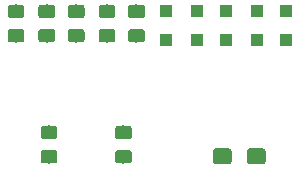
<source format=gbr>
G04 #@! TF.GenerationSoftware,KiCad,Pcbnew,5.1.2-f72e74a~84~ubuntu18.04.1*
G04 #@! TF.CreationDate,2019-06-19T14:53:36+07:00*
G04 #@! TF.ProjectId,serial_matrix_keyboard_shild,73657269-616c-45f6-9d61-747269785f6b,rev?*
G04 #@! TF.SameCoordinates,Original*
G04 #@! TF.FileFunction,Paste,Bot*
G04 #@! TF.FilePolarity,Positive*
%FSLAX46Y46*%
G04 Gerber Fmt 4.6, Leading zero omitted, Abs format (unit mm)*
G04 Created by KiCad (PCBNEW 5.1.2-f72e74a~84~ubuntu18.04.1) date 2019-06-19 14:53:36*
%MOMM*%
%LPD*%
G04 APERTURE LIST*
%ADD10C,0.100000*%
%ADD11C,1.150000*%
%ADD12C,1.350000*%
%ADD13R,1.000000X1.000000*%
G04 APERTURE END LIST*
D10*
G36*
X202274505Y-99201204D02*
G01*
X202298773Y-99204804D01*
X202322572Y-99210765D01*
X202345671Y-99219030D01*
X202367850Y-99229520D01*
X202388893Y-99242132D01*
X202408599Y-99256747D01*
X202426777Y-99273223D01*
X202443253Y-99291401D01*
X202457868Y-99311107D01*
X202470480Y-99332150D01*
X202480970Y-99354329D01*
X202489235Y-99377428D01*
X202495196Y-99401227D01*
X202498796Y-99425495D01*
X202500000Y-99449999D01*
X202500000Y-100100001D01*
X202498796Y-100124505D01*
X202495196Y-100148773D01*
X202489235Y-100172572D01*
X202480970Y-100195671D01*
X202470480Y-100217850D01*
X202457868Y-100238893D01*
X202443253Y-100258599D01*
X202426777Y-100276777D01*
X202408599Y-100293253D01*
X202388893Y-100307868D01*
X202367850Y-100320480D01*
X202345671Y-100330970D01*
X202322572Y-100339235D01*
X202298773Y-100345196D01*
X202274505Y-100348796D01*
X202250001Y-100350000D01*
X201349999Y-100350000D01*
X201325495Y-100348796D01*
X201301227Y-100345196D01*
X201277428Y-100339235D01*
X201254329Y-100330970D01*
X201232150Y-100320480D01*
X201211107Y-100307868D01*
X201191401Y-100293253D01*
X201173223Y-100276777D01*
X201156747Y-100258599D01*
X201142132Y-100238893D01*
X201129520Y-100217850D01*
X201119030Y-100195671D01*
X201110765Y-100172572D01*
X201104804Y-100148773D01*
X201101204Y-100124505D01*
X201100000Y-100100001D01*
X201100000Y-99449999D01*
X201101204Y-99425495D01*
X201104804Y-99401227D01*
X201110765Y-99377428D01*
X201119030Y-99354329D01*
X201129520Y-99332150D01*
X201142132Y-99311107D01*
X201156747Y-99291401D01*
X201173223Y-99273223D01*
X201191401Y-99256747D01*
X201211107Y-99242132D01*
X201232150Y-99229520D01*
X201254329Y-99219030D01*
X201277428Y-99210765D01*
X201301227Y-99204804D01*
X201325495Y-99201204D01*
X201349999Y-99200000D01*
X202250001Y-99200000D01*
X202274505Y-99201204D01*
X202274505Y-99201204D01*
G37*
D11*
X201800000Y-99775000D03*
D10*
G36*
X202274505Y-101251204D02*
G01*
X202298773Y-101254804D01*
X202322572Y-101260765D01*
X202345671Y-101269030D01*
X202367850Y-101279520D01*
X202388893Y-101292132D01*
X202408599Y-101306747D01*
X202426777Y-101323223D01*
X202443253Y-101341401D01*
X202457868Y-101361107D01*
X202470480Y-101382150D01*
X202480970Y-101404329D01*
X202489235Y-101427428D01*
X202495196Y-101451227D01*
X202498796Y-101475495D01*
X202500000Y-101499999D01*
X202500000Y-102150001D01*
X202498796Y-102174505D01*
X202495196Y-102198773D01*
X202489235Y-102222572D01*
X202480970Y-102245671D01*
X202470480Y-102267850D01*
X202457868Y-102288893D01*
X202443253Y-102308599D01*
X202426777Y-102326777D01*
X202408599Y-102343253D01*
X202388893Y-102357868D01*
X202367850Y-102370480D01*
X202345671Y-102380970D01*
X202322572Y-102389235D01*
X202298773Y-102395196D01*
X202274505Y-102398796D01*
X202250001Y-102400000D01*
X201349999Y-102400000D01*
X201325495Y-102398796D01*
X201301227Y-102395196D01*
X201277428Y-102389235D01*
X201254329Y-102380970D01*
X201232150Y-102370480D01*
X201211107Y-102357868D01*
X201191401Y-102343253D01*
X201173223Y-102326777D01*
X201156747Y-102308599D01*
X201142132Y-102288893D01*
X201129520Y-102267850D01*
X201119030Y-102245671D01*
X201110765Y-102222572D01*
X201104804Y-102198773D01*
X201101204Y-102174505D01*
X201100000Y-102150001D01*
X201100000Y-101499999D01*
X201101204Y-101475495D01*
X201104804Y-101451227D01*
X201110765Y-101427428D01*
X201119030Y-101404329D01*
X201129520Y-101382150D01*
X201142132Y-101361107D01*
X201156747Y-101341401D01*
X201173223Y-101323223D01*
X201191401Y-101306747D01*
X201211107Y-101292132D01*
X201232150Y-101279520D01*
X201254329Y-101269030D01*
X201277428Y-101260765D01*
X201301227Y-101254804D01*
X201325495Y-101251204D01*
X201349999Y-101250000D01*
X202250001Y-101250000D01*
X202274505Y-101251204D01*
X202274505Y-101251204D01*
G37*
D11*
X201800000Y-101825000D03*
D10*
G36*
X217024505Y-101126204D02*
G01*
X217048773Y-101129804D01*
X217072572Y-101135765D01*
X217095671Y-101144030D01*
X217117850Y-101154520D01*
X217138893Y-101167132D01*
X217158599Y-101181747D01*
X217176777Y-101198223D01*
X217193253Y-101216401D01*
X217207868Y-101236107D01*
X217220480Y-101257150D01*
X217230970Y-101279329D01*
X217239235Y-101302428D01*
X217245196Y-101326227D01*
X217248796Y-101350495D01*
X217250000Y-101374999D01*
X217250000Y-102225001D01*
X217248796Y-102249505D01*
X217245196Y-102273773D01*
X217239235Y-102297572D01*
X217230970Y-102320671D01*
X217220480Y-102342850D01*
X217207868Y-102363893D01*
X217193253Y-102383599D01*
X217176777Y-102401777D01*
X217158599Y-102418253D01*
X217138893Y-102432868D01*
X217117850Y-102445480D01*
X217095671Y-102455970D01*
X217072572Y-102464235D01*
X217048773Y-102470196D01*
X217024505Y-102473796D01*
X217000001Y-102475000D01*
X215924999Y-102475000D01*
X215900495Y-102473796D01*
X215876227Y-102470196D01*
X215852428Y-102464235D01*
X215829329Y-102455970D01*
X215807150Y-102445480D01*
X215786107Y-102432868D01*
X215766401Y-102418253D01*
X215748223Y-102401777D01*
X215731747Y-102383599D01*
X215717132Y-102363893D01*
X215704520Y-102342850D01*
X215694030Y-102320671D01*
X215685765Y-102297572D01*
X215679804Y-102273773D01*
X215676204Y-102249505D01*
X215675000Y-102225001D01*
X215675000Y-101374999D01*
X215676204Y-101350495D01*
X215679804Y-101326227D01*
X215685765Y-101302428D01*
X215694030Y-101279329D01*
X215704520Y-101257150D01*
X215717132Y-101236107D01*
X215731747Y-101216401D01*
X215748223Y-101198223D01*
X215766401Y-101181747D01*
X215786107Y-101167132D01*
X215807150Y-101154520D01*
X215829329Y-101144030D01*
X215852428Y-101135765D01*
X215876227Y-101129804D01*
X215900495Y-101126204D01*
X215924999Y-101125000D01*
X217000001Y-101125000D01*
X217024505Y-101126204D01*
X217024505Y-101126204D01*
G37*
D12*
X216462500Y-101800000D03*
D10*
G36*
X219899505Y-101126204D02*
G01*
X219923773Y-101129804D01*
X219947572Y-101135765D01*
X219970671Y-101144030D01*
X219992850Y-101154520D01*
X220013893Y-101167132D01*
X220033599Y-101181747D01*
X220051777Y-101198223D01*
X220068253Y-101216401D01*
X220082868Y-101236107D01*
X220095480Y-101257150D01*
X220105970Y-101279329D01*
X220114235Y-101302428D01*
X220120196Y-101326227D01*
X220123796Y-101350495D01*
X220125000Y-101374999D01*
X220125000Y-102225001D01*
X220123796Y-102249505D01*
X220120196Y-102273773D01*
X220114235Y-102297572D01*
X220105970Y-102320671D01*
X220095480Y-102342850D01*
X220082868Y-102363893D01*
X220068253Y-102383599D01*
X220051777Y-102401777D01*
X220033599Y-102418253D01*
X220013893Y-102432868D01*
X219992850Y-102445480D01*
X219970671Y-102455970D01*
X219947572Y-102464235D01*
X219923773Y-102470196D01*
X219899505Y-102473796D01*
X219875001Y-102475000D01*
X218799999Y-102475000D01*
X218775495Y-102473796D01*
X218751227Y-102470196D01*
X218727428Y-102464235D01*
X218704329Y-102455970D01*
X218682150Y-102445480D01*
X218661107Y-102432868D01*
X218641401Y-102418253D01*
X218623223Y-102401777D01*
X218606747Y-102383599D01*
X218592132Y-102363893D01*
X218579520Y-102342850D01*
X218569030Y-102320671D01*
X218560765Y-102297572D01*
X218554804Y-102273773D01*
X218551204Y-102249505D01*
X218550000Y-102225001D01*
X218550000Y-101374999D01*
X218551204Y-101350495D01*
X218554804Y-101326227D01*
X218560765Y-101302428D01*
X218569030Y-101279329D01*
X218579520Y-101257150D01*
X218592132Y-101236107D01*
X218606747Y-101216401D01*
X218623223Y-101198223D01*
X218641401Y-101181747D01*
X218661107Y-101167132D01*
X218682150Y-101154520D01*
X218704329Y-101144030D01*
X218727428Y-101135765D01*
X218751227Y-101129804D01*
X218775495Y-101126204D01*
X218799999Y-101125000D01*
X219875001Y-101125000D01*
X219899505Y-101126204D01*
X219899505Y-101126204D01*
G37*
D12*
X219337500Y-101800000D03*
D13*
X211700000Y-91950000D03*
X211700000Y-89450000D03*
X214300000Y-89450000D03*
X214300000Y-91950000D03*
X216800000Y-91950000D03*
X216800000Y-89450000D03*
X219400000Y-89450000D03*
X219400000Y-91950000D03*
X221900000Y-91950000D03*
X221900000Y-89450000D03*
D10*
G36*
X208574505Y-101251204D02*
G01*
X208598773Y-101254804D01*
X208622572Y-101260765D01*
X208645671Y-101269030D01*
X208667850Y-101279520D01*
X208688893Y-101292132D01*
X208708599Y-101306747D01*
X208726777Y-101323223D01*
X208743253Y-101341401D01*
X208757868Y-101361107D01*
X208770480Y-101382150D01*
X208780970Y-101404329D01*
X208789235Y-101427428D01*
X208795196Y-101451227D01*
X208798796Y-101475495D01*
X208800000Y-101499999D01*
X208800000Y-102150001D01*
X208798796Y-102174505D01*
X208795196Y-102198773D01*
X208789235Y-102222572D01*
X208780970Y-102245671D01*
X208770480Y-102267850D01*
X208757868Y-102288893D01*
X208743253Y-102308599D01*
X208726777Y-102326777D01*
X208708599Y-102343253D01*
X208688893Y-102357868D01*
X208667850Y-102370480D01*
X208645671Y-102380970D01*
X208622572Y-102389235D01*
X208598773Y-102395196D01*
X208574505Y-102398796D01*
X208550001Y-102400000D01*
X207649999Y-102400000D01*
X207625495Y-102398796D01*
X207601227Y-102395196D01*
X207577428Y-102389235D01*
X207554329Y-102380970D01*
X207532150Y-102370480D01*
X207511107Y-102357868D01*
X207491401Y-102343253D01*
X207473223Y-102326777D01*
X207456747Y-102308599D01*
X207442132Y-102288893D01*
X207429520Y-102267850D01*
X207419030Y-102245671D01*
X207410765Y-102222572D01*
X207404804Y-102198773D01*
X207401204Y-102174505D01*
X207400000Y-102150001D01*
X207400000Y-101499999D01*
X207401204Y-101475495D01*
X207404804Y-101451227D01*
X207410765Y-101427428D01*
X207419030Y-101404329D01*
X207429520Y-101382150D01*
X207442132Y-101361107D01*
X207456747Y-101341401D01*
X207473223Y-101323223D01*
X207491401Y-101306747D01*
X207511107Y-101292132D01*
X207532150Y-101279520D01*
X207554329Y-101269030D01*
X207577428Y-101260765D01*
X207601227Y-101254804D01*
X207625495Y-101251204D01*
X207649999Y-101250000D01*
X208550001Y-101250000D01*
X208574505Y-101251204D01*
X208574505Y-101251204D01*
G37*
D11*
X208100000Y-101825000D03*
D10*
G36*
X208574505Y-99201204D02*
G01*
X208598773Y-99204804D01*
X208622572Y-99210765D01*
X208645671Y-99219030D01*
X208667850Y-99229520D01*
X208688893Y-99242132D01*
X208708599Y-99256747D01*
X208726777Y-99273223D01*
X208743253Y-99291401D01*
X208757868Y-99311107D01*
X208770480Y-99332150D01*
X208780970Y-99354329D01*
X208789235Y-99377428D01*
X208795196Y-99401227D01*
X208798796Y-99425495D01*
X208800000Y-99449999D01*
X208800000Y-100100001D01*
X208798796Y-100124505D01*
X208795196Y-100148773D01*
X208789235Y-100172572D01*
X208780970Y-100195671D01*
X208770480Y-100217850D01*
X208757868Y-100238893D01*
X208743253Y-100258599D01*
X208726777Y-100276777D01*
X208708599Y-100293253D01*
X208688893Y-100307868D01*
X208667850Y-100320480D01*
X208645671Y-100330970D01*
X208622572Y-100339235D01*
X208598773Y-100345196D01*
X208574505Y-100348796D01*
X208550001Y-100350000D01*
X207649999Y-100350000D01*
X207625495Y-100348796D01*
X207601227Y-100345196D01*
X207577428Y-100339235D01*
X207554329Y-100330970D01*
X207532150Y-100320480D01*
X207511107Y-100307868D01*
X207491401Y-100293253D01*
X207473223Y-100276777D01*
X207456747Y-100258599D01*
X207442132Y-100238893D01*
X207429520Y-100217850D01*
X207419030Y-100195671D01*
X207410765Y-100172572D01*
X207404804Y-100148773D01*
X207401204Y-100124505D01*
X207400000Y-100100001D01*
X207400000Y-99449999D01*
X207401204Y-99425495D01*
X207404804Y-99401227D01*
X207410765Y-99377428D01*
X207419030Y-99354329D01*
X207429520Y-99332150D01*
X207442132Y-99311107D01*
X207456747Y-99291401D01*
X207473223Y-99273223D01*
X207491401Y-99256747D01*
X207511107Y-99242132D01*
X207532150Y-99229520D01*
X207554329Y-99219030D01*
X207577428Y-99210765D01*
X207601227Y-99204804D01*
X207625495Y-99201204D01*
X207649999Y-99200000D01*
X208550001Y-99200000D01*
X208574505Y-99201204D01*
X208574505Y-99201204D01*
G37*
D11*
X208100000Y-99775000D03*
D10*
G36*
X199474505Y-91001204D02*
G01*
X199498773Y-91004804D01*
X199522572Y-91010765D01*
X199545671Y-91019030D01*
X199567850Y-91029520D01*
X199588893Y-91042132D01*
X199608599Y-91056747D01*
X199626777Y-91073223D01*
X199643253Y-91091401D01*
X199657868Y-91111107D01*
X199670480Y-91132150D01*
X199680970Y-91154329D01*
X199689235Y-91177428D01*
X199695196Y-91201227D01*
X199698796Y-91225495D01*
X199700000Y-91249999D01*
X199700000Y-91900001D01*
X199698796Y-91924505D01*
X199695196Y-91948773D01*
X199689235Y-91972572D01*
X199680970Y-91995671D01*
X199670480Y-92017850D01*
X199657868Y-92038893D01*
X199643253Y-92058599D01*
X199626777Y-92076777D01*
X199608599Y-92093253D01*
X199588893Y-92107868D01*
X199567850Y-92120480D01*
X199545671Y-92130970D01*
X199522572Y-92139235D01*
X199498773Y-92145196D01*
X199474505Y-92148796D01*
X199450001Y-92150000D01*
X198549999Y-92150000D01*
X198525495Y-92148796D01*
X198501227Y-92145196D01*
X198477428Y-92139235D01*
X198454329Y-92130970D01*
X198432150Y-92120480D01*
X198411107Y-92107868D01*
X198391401Y-92093253D01*
X198373223Y-92076777D01*
X198356747Y-92058599D01*
X198342132Y-92038893D01*
X198329520Y-92017850D01*
X198319030Y-91995671D01*
X198310765Y-91972572D01*
X198304804Y-91948773D01*
X198301204Y-91924505D01*
X198300000Y-91900001D01*
X198300000Y-91249999D01*
X198301204Y-91225495D01*
X198304804Y-91201227D01*
X198310765Y-91177428D01*
X198319030Y-91154329D01*
X198329520Y-91132150D01*
X198342132Y-91111107D01*
X198356747Y-91091401D01*
X198373223Y-91073223D01*
X198391401Y-91056747D01*
X198411107Y-91042132D01*
X198432150Y-91029520D01*
X198454329Y-91019030D01*
X198477428Y-91010765D01*
X198501227Y-91004804D01*
X198525495Y-91001204D01*
X198549999Y-91000000D01*
X199450001Y-91000000D01*
X199474505Y-91001204D01*
X199474505Y-91001204D01*
G37*
D11*
X199000000Y-91575000D03*
D10*
G36*
X199474505Y-88951204D02*
G01*
X199498773Y-88954804D01*
X199522572Y-88960765D01*
X199545671Y-88969030D01*
X199567850Y-88979520D01*
X199588893Y-88992132D01*
X199608599Y-89006747D01*
X199626777Y-89023223D01*
X199643253Y-89041401D01*
X199657868Y-89061107D01*
X199670480Y-89082150D01*
X199680970Y-89104329D01*
X199689235Y-89127428D01*
X199695196Y-89151227D01*
X199698796Y-89175495D01*
X199700000Y-89199999D01*
X199700000Y-89850001D01*
X199698796Y-89874505D01*
X199695196Y-89898773D01*
X199689235Y-89922572D01*
X199680970Y-89945671D01*
X199670480Y-89967850D01*
X199657868Y-89988893D01*
X199643253Y-90008599D01*
X199626777Y-90026777D01*
X199608599Y-90043253D01*
X199588893Y-90057868D01*
X199567850Y-90070480D01*
X199545671Y-90080970D01*
X199522572Y-90089235D01*
X199498773Y-90095196D01*
X199474505Y-90098796D01*
X199450001Y-90100000D01*
X198549999Y-90100000D01*
X198525495Y-90098796D01*
X198501227Y-90095196D01*
X198477428Y-90089235D01*
X198454329Y-90080970D01*
X198432150Y-90070480D01*
X198411107Y-90057868D01*
X198391401Y-90043253D01*
X198373223Y-90026777D01*
X198356747Y-90008599D01*
X198342132Y-89988893D01*
X198329520Y-89967850D01*
X198319030Y-89945671D01*
X198310765Y-89922572D01*
X198304804Y-89898773D01*
X198301204Y-89874505D01*
X198300000Y-89850001D01*
X198300000Y-89199999D01*
X198301204Y-89175495D01*
X198304804Y-89151227D01*
X198310765Y-89127428D01*
X198319030Y-89104329D01*
X198329520Y-89082150D01*
X198342132Y-89061107D01*
X198356747Y-89041401D01*
X198373223Y-89023223D01*
X198391401Y-89006747D01*
X198411107Y-88992132D01*
X198432150Y-88979520D01*
X198454329Y-88969030D01*
X198477428Y-88960765D01*
X198501227Y-88954804D01*
X198525495Y-88951204D01*
X198549999Y-88950000D01*
X199450001Y-88950000D01*
X199474505Y-88951204D01*
X199474505Y-88951204D01*
G37*
D11*
X199000000Y-89525000D03*
D10*
G36*
X202074505Y-88951204D02*
G01*
X202098773Y-88954804D01*
X202122572Y-88960765D01*
X202145671Y-88969030D01*
X202167850Y-88979520D01*
X202188893Y-88992132D01*
X202208599Y-89006747D01*
X202226777Y-89023223D01*
X202243253Y-89041401D01*
X202257868Y-89061107D01*
X202270480Y-89082150D01*
X202280970Y-89104329D01*
X202289235Y-89127428D01*
X202295196Y-89151227D01*
X202298796Y-89175495D01*
X202300000Y-89199999D01*
X202300000Y-89850001D01*
X202298796Y-89874505D01*
X202295196Y-89898773D01*
X202289235Y-89922572D01*
X202280970Y-89945671D01*
X202270480Y-89967850D01*
X202257868Y-89988893D01*
X202243253Y-90008599D01*
X202226777Y-90026777D01*
X202208599Y-90043253D01*
X202188893Y-90057868D01*
X202167850Y-90070480D01*
X202145671Y-90080970D01*
X202122572Y-90089235D01*
X202098773Y-90095196D01*
X202074505Y-90098796D01*
X202050001Y-90100000D01*
X201149999Y-90100000D01*
X201125495Y-90098796D01*
X201101227Y-90095196D01*
X201077428Y-90089235D01*
X201054329Y-90080970D01*
X201032150Y-90070480D01*
X201011107Y-90057868D01*
X200991401Y-90043253D01*
X200973223Y-90026777D01*
X200956747Y-90008599D01*
X200942132Y-89988893D01*
X200929520Y-89967850D01*
X200919030Y-89945671D01*
X200910765Y-89922572D01*
X200904804Y-89898773D01*
X200901204Y-89874505D01*
X200900000Y-89850001D01*
X200900000Y-89199999D01*
X200901204Y-89175495D01*
X200904804Y-89151227D01*
X200910765Y-89127428D01*
X200919030Y-89104329D01*
X200929520Y-89082150D01*
X200942132Y-89061107D01*
X200956747Y-89041401D01*
X200973223Y-89023223D01*
X200991401Y-89006747D01*
X201011107Y-88992132D01*
X201032150Y-88979520D01*
X201054329Y-88969030D01*
X201077428Y-88960765D01*
X201101227Y-88954804D01*
X201125495Y-88951204D01*
X201149999Y-88950000D01*
X202050001Y-88950000D01*
X202074505Y-88951204D01*
X202074505Y-88951204D01*
G37*
D11*
X201600000Y-89525000D03*
D10*
G36*
X202074505Y-91001204D02*
G01*
X202098773Y-91004804D01*
X202122572Y-91010765D01*
X202145671Y-91019030D01*
X202167850Y-91029520D01*
X202188893Y-91042132D01*
X202208599Y-91056747D01*
X202226777Y-91073223D01*
X202243253Y-91091401D01*
X202257868Y-91111107D01*
X202270480Y-91132150D01*
X202280970Y-91154329D01*
X202289235Y-91177428D01*
X202295196Y-91201227D01*
X202298796Y-91225495D01*
X202300000Y-91249999D01*
X202300000Y-91900001D01*
X202298796Y-91924505D01*
X202295196Y-91948773D01*
X202289235Y-91972572D01*
X202280970Y-91995671D01*
X202270480Y-92017850D01*
X202257868Y-92038893D01*
X202243253Y-92058599D01*
X202226777Y-92076777D01*
X202208599Y-92093253D01*
X202188893Y-92107868D01*
X202167850Y-92120480D01*
X202145671Y-92130970D01*
X202122572Y-92139235D01*
X202098773Y-92145196D01*
X202074505Y-92148796D01*
X202050001Y-92150000D01*
X201149999Y-92150000D01*
X201125495Y-92148796D01*
X201101227Y-92145196D01*
X201077428Y-92139235D01*
X201054329Y-92130970D01*
X201032150Y-92120480D01*
X201011107Y-92107868D01*
X200991401Y-92093253D01*
X200973223Y-92076777D01*
X200956747Y-92058599D01*
X200942132Y-92038893D01*
X200929520Y-92017850D01*
X200919030Y-91995671D01*
X200910765Y-91972572D01*
X200904804Y-91948773D01*
X200901204Y-91924505D01*
X200900000Y-91900001D01*
X200900000Y-91249999D01*
X200901204Y-91225495D01*
X200904804Y-91201227D01*
X200910765Y-91177428D01*
X200919030Y-91154329D01*
X200929520Y-91132150D01*
X200942132Y-91111107D01*
X200956747Y-91091401D01*
X200973223Y-91073223D01*
X200991401Y-91056747D01*
X201011107Y-91042132D01*
X201032150Y-91029520D01*
X201054329Y-91019030D01*
X201077428Y-91010765D01*
X201101227Y-91004804D01*
X201125495Y-91001204D01*
X201149999Y-91000000D01*
X202050001Y-91000000D01*
X202074505Y-91001204D01*
X202074505Y-91001204D01*
G37*
D11*
X201600000Y-91575000D03*
D10*
G36*
X204574505Y-91001204D02*
G01*
X204598773Y-91004804D01*
X204622572Y-91010765D01*
X204645671Y-91019030D01*
X204667850Y-91029520D01*
X204688893Y-91042132D01*
X204708599Y-91056747D01*
X204726777Y-91073223D01*
X204743253Y-91091401D01*
X204757868Y-91111107D01*
X204770480Y-91132150D01*
X204780970Y-91154329D01*
X204789235Y-91177428D01*
X204795196Y-91201227D01*
X204798796Y-91225495D01*
X204800000Y-91249999D01*
X204800000Y-91900001D01*
X204798796Y-91924505D01*
X204795196Y-91948773D01*
X204789235Y-91972572D01*
X204780970Y-91995671D01*
X204770480Y-92017850D01*
X204757868Y-92038893D01*
X204743253Y-92058599D01*
X204726777Y-92076777D01*
X204708599Y-92093253D01*
X204688893Y-92107868D01*
X204667850Y-92120480D01*
X204645671Y-92130970D01*
X204622572Y-92139235D01*
X204598773Y-92145196D01*
X204574505Y-92148796D01*
X204550001Y-92150000D01*
X203649999Y-92150000D01*
X203625495Y-92148796D01*
X203601227Y-92145196D01*
X203577428Y-92139235D01*
X203554329Y-92130970D01*
X203532150Y-92120480D01*
X203511107Y-92107868D01*
X203491401Y-92093253D01*
X203473223Y-92076777D01*
X203456747Y-92058599D01*
X203442132Y-92038893D01*
X203429520Y-92017850D01*
X203419030Y-91995671D01*
X203410765Y-91972572D01*
X203404804Y-91948773D01*
X203401204Y-91924505D01*
X203400000Y-91900001D01*
X203400000Y-91249999D01*
X203401204Y-91225495D01*
X203404804Y-91201227D01*
X203410765Y-91177428D01*
X203419030Y-91154329D01*
X203429520Y-91132150D01*
X203442132Y-91111107D01*
X203456747Y-91091401D01*
X203473223Y-91073223D01*
X203491401Y-91056747D01*
X203511107Y-91042132D01*
X203532150Y-91029520D01*
X203554329Y-91019030D01*
X203577428Y-91010765D01*
X203601227Y-91004804D01*
X203625495Y-91001204D01*
X203649999Y-91000000D01*
X204550001Y-91000000D01*
X204574505Y-91001204D01*
X204574505Y-91001204D01*
G37*
D11*
X204100000Y-91575000D03*
D10*
G36*
X204574505Y-88951204D02*
G01*
X204598773Y-88954804D01*
X204622572Y-88960765D01*
X204645671Y-88969030D01*
X204667850Y-88979520D01*
X204688893Y-88992132D01*
X204708599Y-89006747D01*
X204726777Y-89023223D01*
X204743253Y-89041401D01*
X204757868Y-89061107D01*
X204770480Y-89082150D01*
X204780970Y-89104329D01*
X204789235Y-89127428D01*
X204795196Y-89151227D01*
X204798796Y-89175495D01*
X204800000Y-89199999D01*
X204800000Y-89850001D01*
X204798796Y-89874505D01*
X204795196Y-89898773D01*
X204789235Y-89922572D01*
X204780970Y-89945671D01*
X204770480Y-89967850D01*
X204757868Y-89988893D01*
X204743253Y-90008599D01*
X204726777Y-90026777D01*
X204708599Y-90043253D01*
X204688893Y-90057868D01*
X204667850Y-90070480D01*
X204645671Y-90080970D01*
X204622572Y-90089235D01*
X204598773Y-90095196D01*
X204574505Y-90098796D01*
X204550001Y-90100000D01*
X203649999Y-90100000D01*
X203625495Y-90098796D01*
X203601227Y-90095196D01*
X203577428Y-90089235D01*
X203554329Y-90080970D01*
X203532150Y-90070480D01*
X203511107Y-90057868D01*
X203491401Y-90043253D01*
X203473223Y-90026777D01*
X203456747Y-90008599D01*
X203442132Y-89988893D01*
X203429520Y-89967850D01*
X203419030Y-89945671D01*
X203410765Y-89922572D01*
X203404804Y-89898773D01*
X203401204Y-89874505D01*
X203400000Y-89850001D01*
X203400000Y-89199999D01*
X203401204Y-89175495D01*
X203404804Y-89151227D01*
X203410765Y-89127428D01*
X203419030Y-89104329D01*
X203429520Y-89082150D01*
X203442132Y-89061107D01*
X203456747Y-89041401D01*
X203473223Y-89023223D01*
X203491401Y-89006747D01*
X203511107Y-88992132D01*
X203532150Y-88979520D01*
X203554329Y-88969030D01*
X203577428Y-88960765D01*
X203601227Y-88954804D01*
X203625495Y-88951204D01*
X203649999Y-88950000D01*
X204550001Y-88950000D01*
X204574505Y-88951204D01*
X204574505Y-88951204D01*
G37*
D11*
X204100000Y-89525000D03*
D10*
G36*
X207174505Y-88951204D02*
G01*
X207198773Y-88954804D01*
X207222572Y-88960765D01*
X207245671Y-88969030D01*
X207267850Y-88979520D01*
X207288893Y-88992132D01*
X207308599Y-89006747D01*
X207326777Y-89023223D01*
X207343253Y-89041401D01*
X207357868Y-89061107D01*
X207370480Y-89082150D01*
X207380970Y-89104329D01*
X207389235Y-89127428D01*
X207395196Y-89151227D01*
X207398796Y-89175495D01*
X207400000Y-89199999D01*
X207400000Y-89850001D01*
X207398796Y-89874505D01*
X207395196Y-89898773D01*
X207389235Y-89922572D01*
X207380970Y-89945671D01*
X207370480Y-89967850D01*
X207357868Y-89988893D01*
X207343253Y-90008599D01*
X207326777Y-90026777D01*
X207308599Y-90043253D01*
X207288893Y-90057868D01*
X207267850Y-90070480D01*
X207245671Y-90080970D01*
X207222572Y-90089235D01*
X207198773Y-90095196D01*
X207174505Y-90098796D01*
X207150001Y-90100000D01*
X206249999Y-90100000D01*
X206225495Y-90098796D01*
X206201227Y-90095196D01*
X206177428Y-90089235D01*
X206154329Y-90080970D01*
X206132150Y-90070480D01*
X206111107Y-90057868D01*
X206091401Y-90043253D01*
X206073223Y-90026777D01*
X206056747Y-90008599D01*
X206042132Y-89988893D01*
X206029520Y-89967850D01*
X206019030Y-89945671D01*
X206010765Y-89922572D01*
X206004804Y-89898773D01*
X206001204Y-89874505D01*
X206000000Y-89850001D01*
X206000000Y-89199999D01*
X206001204Y-89175495D01*
X206004804Y-89151227D01*
X206010765Y-89127428D01*
X206019030Y-89104329D01*
X206029520Y-89082150D01*
X206042132Y-89061107D01*
X206056747Y-89041401D01*
X206073223Y-89023223D01*
X206091401Y-89006747D01*
X206111107Y-88992132D01*
X206132150Y-88979520D01*
X206154329Y-88969030D01*
X206177428Y-88960765D01*
X206201227Y-88954804D01*
X206225495Y-88951204D01*
X206249999Y-88950000D01*
X207150001Y-88950000D01*
X207174505Y-88951204D01*
X207174505Y-88951204D01*
G37*
D11*
X206700000Y-89525000D03*
D10*
G36*
X207174505Y-91001204D02*
G01*
X207198773Y-91004804D01*
X207222572Y-91010765D01*
X207245671Y-91019030D01*
X207267850Y-91029520D01*
X207288893Y-91042132D01*
X207308599Y-91056747D01*
X207326777Y-91073223D01*
X207343253Y-91091401D01*
X207357868Y-91111107D01*
X207370480Y-91132150D01*
X207380970Y-91154329D01*
X207389235Y-91177428D01*
X207395196Y-91201227D01*
X207398796Y-91225495D01*
X207400000Y-91249999D01*
X207400000Y-91900001D01*
X207398796Y-91924505D01*
X207395196Y-91948773D01*
X207389235Y-91972572D01*
X207380970Y-91995671D01*
X207370480Y-92017850D01*
X207357868Y-92038893D01*
X207343253Y-92058599D01*
X207326777Y-92076777D01*
X207308599Y-92093253D01*
X207288893Y-92107868D01*
X207267850Y-92120480D01*
X207245671Y-92130970D01*
X207222572Y-92139235D01*
X207198773Y-92145196D01*
X207174505Y-92148796D01*
X207150001Y-92150000D01*
X206249999Y-92150000D01*
X206225495Y-92148796D01*
X206201227Y-92145196D01*
X206177428Y-92139235D01*
X206154329Y-92130970D01*
X206132150Y-92120480D01*
X206111107Y-92107868D01*
X206091401Y-92093253D01*
X206073223Y-92076777D01*
X206056747Y-92058599D01*
X206042132Y-92038893D01*
X206029520Y-92017850D01*
X206019030Y-91995671D01*
X206010765Y-91972572D01*
X206004804Y-91948773D01*
X206001204Y-91924505D01*
X206000000Y-91900001D01*
X206000000Y-91249999D01*
X206001204Y-91225495D01*
X206004804Y-91201227D01*
X206010765Y-91177428D01*
X206019030Y-91154329D01*
X206029520Y-91132150D01*
X206042132Y-91111107D01*
X206056747Y-91091401D01*
X206073223Y-91073223D01*
X206091401Y-91056747D01*
X206111107Y-91042132D01*
X206132150Y-91029520D01*
X206154329Y-91019030D01*
X206177428Y-91010765D01*
X206201227Y-91004804D01*
X206225495Y-91001204D01*
X206249999Y-91000000D01*
X207150001Y-91000000D01*
X207174505Y-91001204D01*
X207174505Y-91001204D01*
G37*
D11*
X206700000Y-91575000D03*
D10*
G36*
X209674505Y-91001204D02*
G01*
X209698773Y-91004804D01*
X209722572Y-91010765D01*
X209745671Y-91019030D01*
X209767850Y-91029520D01*
X209788893Y-91042132D01*
X209808599Y-91056747D01*
X209826777Y-91073223D01*
X209843253Y-91091401D01*
X209857868Y-91111107D01*
X209870480Y-91132150D01*
X209880970Y-91154329D01*
X209889235Y-91177428D01*
X209895196Y-91201227D01*
X209898796Y-91225495D01*
X209900000Y-91249999D01*
X209900000Y-91900001D01*
X209898796Y-91924505D01*
X209895196Y-91948773D01*
X209889235Y-91972572D01*
X209880970Y-91995671D01*
X209870480Y-92017850D01*
X209857868Y-92038893D01*
X209843253Y-92058599D01*
X209826777Y-92076777D01*
X209808599Y-92093253D01*
X209788893Y-92107868D01*
X209767850Y-92120480D01*
X209745671Y-92130970D01*
X209722572Y-92139235D01*
X209698773Y-92145196D01*
X209674505Y-92148796D01*
X209650001Y-92150000D01*
X208749999Y-92150000D01*
X208725495Y-92148796D01*
X208701227Y-92145196D01*
X208677428Y-92139235D01*
X208654329Y-92130970D01*
X208632150Y-92120480D01*
X208611107Y-92107868D01*
X208591401Y-92093253D01*
X208573223Y-92076777D01*
X208556747Y-92058599D01*
X208542132Y-92038893D01*
X208529520Y-92017850D01*
X208519030Y-91995671D01*
X208510765Y-91972572D01*
X208504804Y-91948773D01*
X208501204Y-91924505D01*
X208500000Y-91900001D01*
X208500000Y-91249999D01*
X208501204Y-91225495D01*
X208504804Y-91201227D01*
X208510765Y-91177428D01*
X208519030Y-91154329D01*
X208529520Y-91132150D01*
X208542132Y-91111107D01*
X208556747Y-91091401D01*
X208573223Y-91073223D01*
X208591401Y-91056747D01*
X208611107Y-91042132D01*
X208632150Y-91029520D01*
X208654329Y-91019030D01*
X208677428Y-91010765D01*
X208701227Y-91004804D01*
X208725495Y-91001204D01*
X208749999Y-91000000D01*
X209650001Y-91000000D01*
X209674505Y-91001204D01*
X209674505Y-91001204D01*
G37*
D11*
X209200000Y-91575000D03*
D10*
G36*
X209674505Y-88951204D02*
G01*
X209698773Y-88954804D01*
X209722572Y-88960765D01*
X209745671Y-88969030D01*
X209767850Y-88979520D01*
X209788893Y-88992132D01*
X209808599Y-89006747D01*
X209826777Y-89023223D01*
X209843253Y-89041401D01*
X209857868Y-89061107D01*
X209870480Y-89082150D01*
X209880970Y-89104329D01*
X209889235Y-89127428D01*
X209895196Y-89151227D01*
X209898796Y-89175495D01*
X209900000Y-89199999D01*
X209900000Y-89850001D01*
X209898796Y-89874505D01*
X209895196Y-89898773D01*
X209889235Y-89922572D01*
X209880970Y-89945671D01*
X209870480Y-89967850D01*
X209857868Y-89988893D01*
X209843253Y-90008599D01*
X209826777Y-90026777D01*
X209808599Y-90043253D01*
X209788893Y-90057868D01*
X209767850Y-90070480D01*
X209745671Y-90080970D01*
X209722572Y-90089235D01*
X209698773Y-90095196D01*
X209674505Y-90098796D01*
X209650001Y-90100000D01*
X208749999Y-90100000D01*
X208725495Y-90098796D01*
X208701227Y-90095196D01*
X208677428Y-90089235D01*
X208654329Y-90080970D01*
X208632150Y-90070480D01*
X208611107Y-90057868D01*
X208591401Y-90043253D01*
X208573223Y-90026777D01*
X208556747Y-90008599D01*
X208542132Y-89988893D01*
X208529520Y-89967850D01*
X208519030Y-89945671D01*
X208510765Y-89922572D01*
X208504804Y-89898773D01*
X208501204Y-89874505D01*
X208500000Y-89850001D01*
X208500000Y-89199999D01*
X208501204Y-89175495D01*
X208504804Y-89151227D01*
X208510765Y-89127428D01*
X208519030Y-89104329D01*
X208529520Y-89082150D01*
X208542132Y-89061107D01*
X208556747Y-89041401D01*
X208573223Y-89023223D01*
X208591401Y-89006747D01*
X208611107Y-88992132D01*
X208632150Y-88979520D01*
X208654329Y-88969030D01*
X208677428Y-88960765D01*
X208701227Y-88954804D01*
X208725495Y-88951204D01*
X208749999Y-88950000D01*
X209650001Y-88950000D01*
X209674505Y-88951204D01*
X209674505Y-88951204D01*
G37*
D11*
X209200000Y-89525000D03*
M02*

</source>
